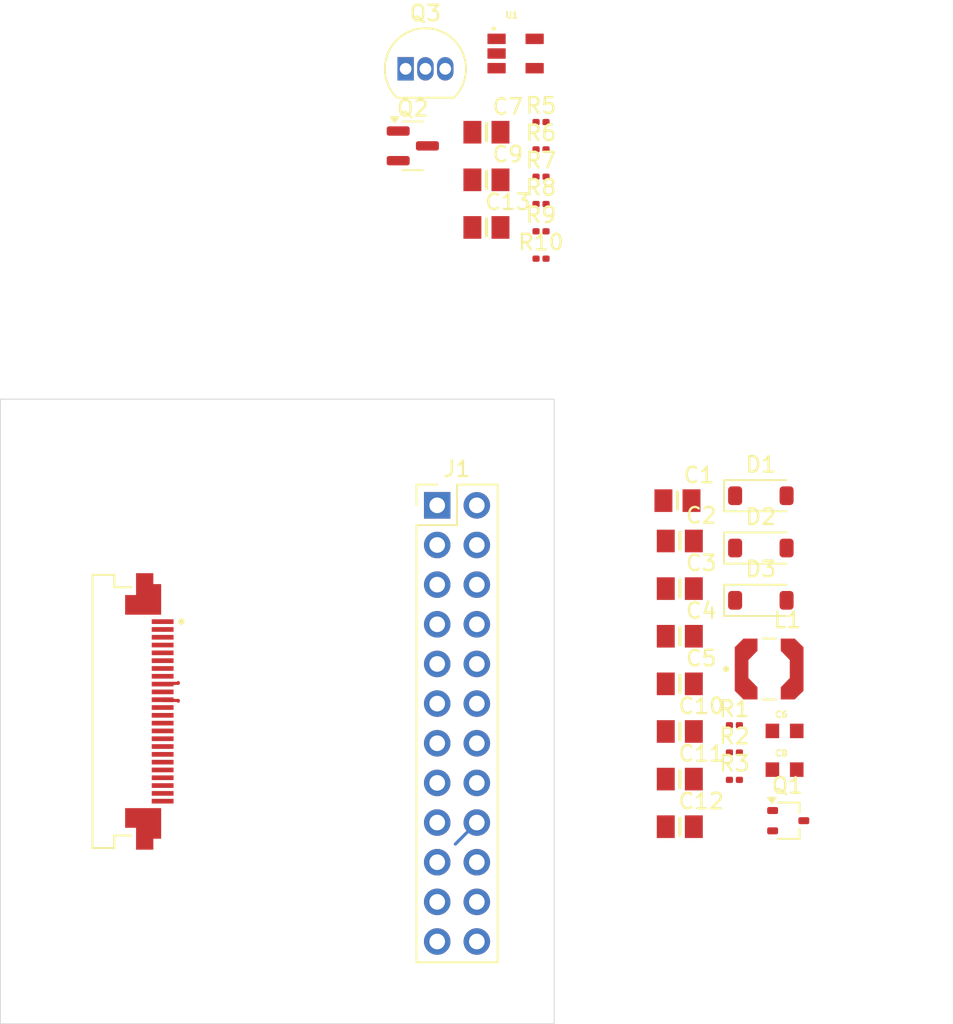
<source format=kicad_pcb>
(kicad_pcb (version 20241229) (generator "pcbnew") (generator_version "9.0")
  (layers (0 "F.Cu" signal) (2 "B.Cu" signal) (13 "F.Paste" user) (15 "B.Paste" user) (5 "F.SilkS" user "F.Silkscreen") (7 "B.SilkS" user "B.Silkscreen") (1 "F.Mask" user) (3 "B.Mask" user) (25 "Edge.Cuts" user))
  (net 0 "")
  (net 1 "/TSDA")
  (net 2 "/GDR")
  (net 3 "/D{slash}C")
  (net 4 "/BUSY")
  (net 5 "/VSH1")
  (net 6 "/VDD")
  (net 7 "/VGL")
  (net 8 "/VGH")
  (net 9 "/VSL")
  (net 10 "/TSCL")
  (net 11 "/CURR_SENSE")
  (net 12 "/VCOM")
  (net 13 "/VPP")
  (net 14 "/SDI")
  (net 15 "/CS")
  (net 16 "/PREVGH")
  (net 17 "/PREVGL")
  (net 18 "/HLT_CTL")
  (net 19 "+3V3")
  (net 20 "/BS")
  (net 21 "/RST")
  (net 22 "GND")
  (net 23 "/SCLK")
  (net 24 "Net-(D1-K)")
  (net 25 "Net-(D2-A)")
  (net 26 "/RESE")
  (net 27 "Net-(U1-BP)")
  (net 28 "/Vcc")
  (net 29 "Net-(Q2-G)")
  (net 30 "/VCC_INT")
  (net 31 "Net-(Q3-B)")
  (net 32 "/\\RST")
  (net 33 "Net-(R6-Pad1)")
  (net 34 "/VCC_EN")
  (footprint "capacitors-cam:CAPC2012X140N" (layer "F.Cu") (at 96.155 47.9)
    (property "Reference" "C7" (at 1.375 -1.635 0) (layer "F.SilkS"))
    (property "Value" "1u/50V")
    (fp_line (start 0 -0.55) (end 0 0.55) (stroke (width 0.2)) (layer "F.SilkS"))
    (pad "1" smd rect (at -0.9 0) (size 1.15 1.45) (layers "F.Cu" "F.Mask" "F.Paste") (net 22 "GND"))
    (pad "2" smd rect (at 0.9 0) (size 1.15 1.45) (layers "F.Cu" "F.Mask" "F.Paste") (net 27 "Net-(U1-BP)"))
  )
  (footprint "Resistor_SMD:R_0201_0603Metric" (layer "F.Cu") (at 99.655 52.5)
    (property "Reference" "R8" (at 0 -1.05 0) (layer "F.SilkS"))
    (property "Value" "1K")
    (pad "1" smd roundrect (at -0.32 0) (size 0.46 0.4) (layers "F.Cu" "F.Mask") (net 32 "/\\RST"))
    (pad "2" smd roundrect (at 0.32 0) (size 0.46 0.4) (layers "F.Cu" "F.Mask") (net 34 "/VCC_EN"))
  )
  (footprint "Diode_SMD:D_SOD-123" (layer "F.Cu") (at 113.745 74.535)
    (property "Reference" "D2" (at 0 -2 0) (layer "F.SilkS"))
    (property "Value" "MBR0530")
    (fp_line (start -2.36 -1) (end -2.36 1) (stroke (width 0.12)) (layer "F.SilkS"))
    (fp_line (start -2.36 -1) (end 1.65 -1) (stroke (width 0.12)) (layer "F.SilkS"))
    (fp_line (start -2.36 1) (end 1.65 1) (stroke (width 0.12)) (layer "F.SilkS"))
    (pad "1" smd roundrect (at -1.65 0) (size 0.9 1.2) (layers "F.Cu" "F.Mask" "F.Paste") (net 16 "/PREVGH"))
    (pad "2" smd roundrect (at 1.65 0) (size 0.9 1.2) (layers "F.Cu" "F.Mask" "F.Paste") (net 25 "Net-(D2-A)"))
  )
  (footprint "Resistor_SMD:R_0201_0603Metric" (layer "F.Cu") (at 112.05 89.385)
    (property "Reference" "R3" (at 0 -1.05 0) (layer "F.SilkS"))
    (property "Value" "1k")
    (pad "1" smd roundrect (at -0.32 0) (size 0.46 0.4) (layers "F.Cu" "F.Mask") (net 22 "GND"))
    (pad "2" smd roundrect (at 0.32 0) (size 0.46 0.4) (layers "F.Cu" "F.Mask") (net 19 "+3V3"))
  )
  (footprint "Resistor_SMD:R_0201_0603Metric" (layer "F.Cu") (at 99.655 56)
    (property "Reference" "R10" (at 0 -1.05 0) (layer "F.SilkS"))
    (property "Value" "100K")
    (pad "1" smd roundrect (at -0.32 0) (size 0.46 0.4) (layers "F.Cu" "F.Mask") (net 22 "GND"))
    (pad "2" smd roundrect (at 0.32 0) (size 0.46 0.4) (layers "F.Cu" "F.Mask") (net 34 "/VCC_EN"))
  )
  (footprint "capacitors-cam:CAPC2012X140N" (layer "F.Cu") (at 108.55 86.285)
    (property "Reference" "C10" (at 1.375 -1.635 0) (layer "F.SilkS"))
    (property "Value" "1u/50V")
    (fp_line (start 0 -0.55) (end 0 0.55) (stroke (width 0.2)) (layer "F.SilkS"))
    (pad "1" smd rect (at -0.9 0) (size 1.15 1.45) (layers "F.Cu" "F.Mask" "F.Paste") (net 22 "GND"))
    (pad "2" smd rect (at 0.9 0) (size 1.15 1.45) (layers "F.Cu" "F.Mask" "F.Paste") (net 12 "/VCOM"))
  )
  (footprint "Diode_SMD:D_SOD-123" (layer "F.Cu") (at 113.745 71.185)
    (property "Reference" "D1" (at 0 -2 0) (layer "F.SilkS"))
    (property "Value" "MBR0530")
    (fp_line (start -2.36 -1) (end -2.36 1) (stroke (width 0.12)) (layer "F.SilkS"))
    (fp_line (start -2.36 -1) (end 1.65 -1) (stroke (width 0.12)) (layer "F.SilkS"))
    (fp_line (start -2.36 1) (end 1.65 1) (stroke (width 0.12)) (layer "F.SilkS"))
    (pad "1" smd roundrect (at -1.65 0) (size 0.9 1.2) (layers "F.Cu" "F.Mask" "F.Paste") (net 24 "Net-(D1-K)"))
    (pad "2" smd roundrect (at 1.65 0) (size 0.9 1.2) (layers "F.Cu" "F.Mask" "F.Paste") (net 17 "/PREVGL"))
  )
  (footprint "capacitors-cam:CAPC2012X140N" (layer "F.Cu") (at 96.155 50.95)
    (property "Reference" "C9" (at 1.375 -1.635 0) (layer "F.SilkS"))
    (property "Value" "1u/50V")
    (fp_line (start 0 -0.55) (end 0 0.55) (stroke (width 0.2)) (layer "F.SilkS"))
    (pad "1" smd rect (at -0.9 0) (size 1.15 1.45) (layers "F.Cu" "F.Mask" "F.Paste") (net 22 "GND"))
    (pad "2" smd rect (at 0.9 0) (size 1.15 1.45) (layers "F.Cu" "F.Mask" "F.Paste") (net 28 "/Vcc"))
  )
  (footprint "Resistor_SMD:R_0201_0603Metric" (layer "F.Cu") (at 99.655 50.75)
    (property "Reference" "R7" (at 0 -1.05 0) (layer "F.SilkS"))
    (property "Value" "47K")
    (pad "1" smd roundrect (at -0.32 0) (size 0.46 0.4) (layers "F.Cu" "F.Mask") (net 29 "Net-(Q2-G)"))
    (pad "2" smd roundrect (at 0.32 0) (size 0.46 0.4) (layers "F.Cu" "F.Mask") (net 30 "/VCC_INT"))
  )
  (footprint "Resistor_SMD:R_0201_0603Metric" (layer "F.Cu") (at 99.655 47.25)
    (property "Reference" "R5" (at 0 -1.05 0) (layer "F.SilkS"))
    (property "Value" "1K")
    (pad "1" smd roundrect (at -0.32 0) (size 0.46 0.4) (layers "F.Cu" "F.Mask") (net 31 "Net-(Q3-B)"))
    (pad "2" smd roundrect (at 0.32 0) (size 0.46 0.4) (layers "F.Cu" "F.Mask") (net 32 "/\\RST"))
  )
  (footprint "capacitors-cam:CAPC2012X140N" (layer "F.Cu") (at 108.55 92.385)
    (property "Reference" "C12" (at 1.375 -1.635 0) (layer "F.SilkS"))
    (property "Value" "CL21A475KBQNNNE")
    (fp_line (start 0 -0.55) (end 0 0.55) (stroke (width 0.2)) (layer "F.SilkS"))
    (pad "1" smd rect (at -0.9 0) (size 1.15 1.45) (layers "F.Cu" "F.Mask" "F.Paste") (net 22 "GND"))
    (pad "2" smd rect (at 0.9 0) (size 1.15 1.45) (layers "F.Cu" "F.Mask" "F.Paste") (net 19 "+3V3"))
  )
  (footprint "Diode_SMD:D_SOD-123" (layer "F.Cu") (at 113.745 77.885)
    (property "Reference" "D3" (at 0 -2 0) (layer "F.SilkS"))
    (property "Value" "MBR0530")
    (fp_line (start -2.36 -1) (end -2.36 1) (stroke (width 0.12)) (layer "F.SilkS"))
    (fp_line (start -2.36 -1) (end 1.65 -1) (stroke (width 0.12)) (layer "F.SilkS"))
    (fp_line (start -2.36 1) (end 1.65 1) (stroke (width 0.12)) (layer "F.SilkS"))
    (pad "1" smd roundrect (at -1.65 0) (size 0.9 1.2) (layers "F.Cu" "F.Mask" "F.Paste") (net 22 "GND"))
    (pad "2" smd roundrect (at 1.65 0) (size 0.9 1.2) (layers "F.Cu" "F.Mask" "F.Paste") (net 24 "Net-(D1-K)"))
  )
  (footprint "VoltageRegulators:SOT94P279X129-5N" (layer "F.Cu") (at 98.025 42.86)
    (property "Reference" "U1" (at -0.250735 -2.457239 0) (layer "F.SilkS") (effects (font (size 0.394865 0.394865))))
    (property "Value" "RT9193-33GB")
    (fp_circle (center -1.4 -1.6) (end -1.33 -1.6) (stroke (width 0.14)) (fill no) (layer "F.SilkS"))
    (pad "1" smd roundrect (at -1.22 -0.94) (size 1.17 0.67) (layers "F.Cu" "F.Mask" "F.Paste") (roundrect_rratio 0.06) (net 28 "/Vcc"))
    (pad "2" smd roundrect (at -1.22 0) (size 1.17 0.67) (layers "F.Cu" "F.Mask" "F.Paste") (roundrect_rratio 0.06) (net 22 "GND"))
    (pad "3" smd roundrect (at -1.22 0.94) (size 1.17 0.67) (layers "F.Cu" "F.Mask" "F.Paste") (roundrect_rratio 0.06) (net 34 "/VCC_EN"))
    (pad "4" smd roundrect (at 1.22 0.94) (size 1.17 0.67) (layers "F.Cu" "F.Mask" "F.Paste") (roundrect_rratio 0.06) (net 27 "Net-(U1-BP)"))
    (pad "5" smd roundrect (at 1.22 -0.94) (size 1.17 0.67) (layers "F.Cu" "F.Mask" "F.Paste") (roundrect_rratio 0.06) (net 19 "+3V3"))
  )
  (footprint "Resistor_SMD:R_0201_0603Metric" (layer "F.Cu") (at 99.655 54.25)
    (property "Reference" "R9" (at 0 -1.05 0) (layer "F.SilkS"))
    (property "Value" "47K")
    (pad "1" smd roundrect (at -0.32 0) (size 0.46 0.4) (layers "F.Cu" "F.Mask") (net 33 "Net-(R6-Pad1)"))
    (pad "2" smd roundrect (at 0.32 0) (size 0.46 0.4) (layers "F.Cu" "F.Mask") (net 34 "/VCC_EN"))
  )
  (footprint "Resistor_SMD:R_0201_0603Metric" (layer "F.Cu") (at 99.655 49)
    (property "Reference" "R6" (at 0 -1.05 0) (layer "F.SilkS"))
    (property "Value" "47K")
    (pad "1" smd roundrect (at -0.32 0) (size 0.46 0.4) (layers "F.Cu" "F.Mask") (net 33 "Net-(R6-Pad1)"))
    (pad "2" smd roundrect (at 0.32 0) (size 0.46 0.4) (layers "F.Cu" "F.Mask") (net 31 "Net-(Q3-B)"))
  )
  (footprint "Connector_PinHeader_2.54mm:PinHeader_2x12_P2.54mm_Vertical" (layer "F.Cu") (at 93 71.8)
    (property "Reference" "J1" (at 1.27 -2.33 0) (layer "F.SilkS"))
    (property "Value" "Conn_01x24")
    (fp_line (start -1.33 -1.33) (end 0 -1.33) (stroke (width 0.12)) (layer "F.SilkS"))
    (fp_line (start -1.33 0) (end -1.33 -1.33) (stroke (width 0.12)) (layer "F.SilkS"))
    (fp_line (start -1.33 1.27) (end -1.33 29.27) (stroke (width 0.12)) (layer "F.SilkS"))
    (fp_line (start -1.33 1.27) (end 1.27 1.27) (stroke (width 0.12)) (layer "F.SilkS"))
    (fp_line (start -1.33 29.27) (end 3.87 29.27) (stroke (width 0.12)) (layer "F.SilkS"))
    (fp_line (start 1.27 -1.33) (end 3.87 -1.33) (stroke (width 0.12)) (layer "F.SilkS"))
    (fp_line (start 1.27 1.27) (end 1.27 -1.33) (stroke (width 0.12)) (layer "F.SilkS"))
    (fp_line (start 3.87 -1.33) (end 3.87 29.27) (stroke (width 0.12)) (layer "F.SilkS"))
    (pad "1" thru_hole rect (at 0 0) (size 1.7 1.7) (drill 1) (layers "*.Cu" "*.Mask") (net 18 "/HLT_CTL"))
    (pad "2" thru_hole oval (at 2.54 0) (size 1.7 1.7) (drill 1) (layers "*.Cu" "*.Mask") (net 2 "/GDR"))
    (pad "3" thru_hole oval (at 0 2.54) (size 1.7 1.7) (drill 1) (layers "*.Cu" "*.Mask") (net 11 "/CURR_SENSE"))
    (pad "4" thru_hole oval (at 2.54 2.54) (size 1.7 1.7) (drill 1) (layers "*.Cu" "*.Mask") (net 7 "/VGL"))
    (pad "5" thru_hole oval (at 0 5.08) (size 1.7 1.7) (drill 1) (layers "*.Cu" "*.Mask") (net 8 "/VGH"))
    (pad "6" thru_hole oval (at 2.54 5.08) (size 1.7 1.7) (drill 1) (layers "*.Cu" "*.Mask") (net 10 "/TSCL"))
    (pad "7" thru_hole oval (at 0 7.62) (size 1.7 1.7) (drill 1) (layers "*.Cu" "*.Mask") (net 1 "/TSDA"))
    (pad "8" thru_hole oval (at 2.54 7.62) (size 1.7 1.7) (drill 1) (layers "*.Cu" "*.Mask") (net 20 "/BS"))
    (pad "9" thru_hole oval (at 0 10.16) (size 1.7 1.7) (drill 1) (layers "*.Cu" "*.Mask") (net 4 "/BUSY"))
    (pad "10" thru_hole oval (at 2.54 10.16) (size 1.7 1.7) (drill 1) (layers "*.Cu" "*.Mask") (net 21 "/RST"))
    (pad "11" thru_hole oval (at 0 12.7) (size 1.7 1.7) (drill 1) (layers "*.Cu" "*.Mask") (net 3 "/D{slash}C"))
    (pad "12" thru_hole oval (at 2.54 12.7) (size 1.7 1.7) (drill 1) (layers "*.Cu" "*.Mask") (net 15 "/CS"))
    (pad "13" thru_hole oval (at 0 15.24) (size 1.7 1.7) (drill 1) (layers "*.Cu" "*.Mask") (net 23 "/SCLK"))
    (pad "14" thru_hole oval (at 2.54 15.24) (size 1.7 1.7) (drill 1) (layers "*.Cu" "*.Mask") (net 14 "/SDI"))
    (pad "15" thru_hole oval (at 0 17.78) (size 1.7 1.7) (drill 1) (layers "*.Cu" "*.Mask") (net 19 "+3V3"))
    (pad "16" thru_hole oval (at 2.54 17.78) (size 1.7 1.7) (drill 1) (layers "*.Cu" "*.Mask") (net 19 "+3V3"))
    (pad "17" thru_hole oval (at 0 20.32) (size 1.7 1.7) (drill 1) (layers "*.Cu" "*.Mask") (net 22 "GND"))
    (pad "18" thru_hole oval (at 2.54 20.32) (size 1.7 1.7) (drill 1) (layers "*.Cu" "*.Mask") (net 6 "/VDD"))
    (pad "19" thru_hole oval (at 0 22.86) (size 1.7 1.7) (drill 1) (layers "*.Cu" "*.Mask") (net 13 "/VPP"))
    (pad "20" thru_hole oval (at 2.54 22.86) (size 1.7 1.7) (drill 1) (layers "*.Cu" "*.Mask") (net 5 "/VSH1"))
    (pad "21" thru_hole oval (at 0 25.4) (size 1.7 1.7) (drill 1) (layers "*.Cu" "*.Mask") (net 16 "/PREVGH"))
    (pad "22" thru_hole oval (at 2.54 25.4) (size 1.7 1.7) (drill 1) (layers "*.Cu" "*.Mask") (net 9 "/VSL"))
    (pad "23" thru_hole oval (at 0 27.94) (size 1.7 1.7) (drill 1) (layers "*.Cu" "*.Mask") (net 17 "/PREVGL"))
    (pad "24" thru_hole oval (at 2.54 27.94) (size 1.7 1.7) (drill 1) (layers "*.Cu" "*.Mask") (net 12 "/VCOM"))
  )
  (footprint "capacitors-cam:CAPC1608X90N" (layer "F.Cu") (at 115.265 86.25)
    (property "Reference" "C6" (at -0.21 -1.05 0) (layer "F.SilkS") (effects (font (size 0.393701 0.393701))))
    (property "Value" "1u/25V")
    (pad "1" smd rect (at -0.78 0) (size 0.87 0.93) (layers "F.Cu" "F.Mask" "F.Paste") (net 22 "GND"))
    (pad "2" smd rect (at 0.78 0) (size 0.87 0.93) (layers "F.Cu" "F.Mask" "F.Paste") (net 5 "/VSH1"))
  )
  (footprint "Resistor_SMD:R_0201_0603Metric" (layer "F.Cu") (at 112.05 85.885)
    (property "Reference" "R1" (at 0 -1.05 0) (layer "F.SilkS"))
    (property "Value" "10k")
    (pad "1" smd roundrect (at -0.32 0) (size 0.46 0.4) (layers "F.Cu" "F.Mask") (net 22 "GND"))
    (pad "2" smd roundrect (at 0.32 0) (size 0.46 0.4) (layers "F.Cu" "F.Mask") (net 2 "/GDR"))
  )
  (footprint "capacitors-cam:CAPC2012X140N" (layer "F.Cu") (at 108.55 83.235)
    (property "Reference" "C5" (at 1.375 -1.635 0) (layer "F.SilkS"))
    (property "Value" "1u/50V")
    (fp_line (start 0 -0.55) (end 0 0.55) (stroke (width 0.2)) (layer "F.SilkS"))
    (pad "1" smd rect (at -0.9 0) (size 1.15 1.45) (layers "F.Cu" "F.Mask" "F.Paste") (net 22 "GND"))
    (pad "2" smd rect (at 0.9 0) (size 1.15 1.45) (layers "F.Cu" "F.Mask" "F.Paste") (net 13 "/VPP"))
  )
  (footprint "Resistor_SMD:R_0201_0603Metric" (layer "F.Cu") (at 112.05 87.635)
    (property "Reference" "R2" (at 0 -1.05 0) (layer "F.SilkS"))
    (property "Value" "3R")
    (pad "1" smd roundrect (at -0.32 0) (size 0.46 0.4) (layers "F.Cu" "F.Mask") (net 26 "/RESE"))
    (pad "2" smd roundrect (at 0.32 0) (size 0.46 0.4) (layers "F.Cu" "F.Mask") (net 22 "GND"))
  )
  (footprint "capacitors-cam:CAPC2012X140N" (layer "F.Cu") (at 108.55 77.135)
    (property "Reference" "C3" (at 1.375 -1.635 0) (layer "F.SilkS"))
    (property "Value" "0.1u/50V")
    (fp_line (start 0 -0.55) (end 0 0.55) (stroke (width 0.2)) (layer "F.SilkS"))
    (pad "1" smd rect (at -0.9 0) (size 1.15 1.45) (layers "F.Cu" "F.Mask" "F.Paste") (net 22 "GND"))
    (pad "2" smd rect (at 0.9 0) (size 1.15 1.45) (layers "F.Cu" "F.Mask" "F.Paste") (net 19 "+3V3"))
  )
  (footprint "capacitors-cam:CAPC2012X140N" (layer "F.Cu") (at 108.55 80.185)
    (property "Reference" "C4" (at 1.375 -1.635 0) (layer "F.SilkS"))
    (property "Value" "1u/50V")
    (fp_line (start 0 -0.55) (end 0 0.55) (stroke (width 0.2)) (layer "F.SilkS"))
    (pad "1" smd rect (at -0.9 0) (size 1.15 1.45) (layers "F.Cu" "F.Mask" "F.Paste") (net 22 "GND"))
    (pad "2" smd rect (at 0.9 0) (size 1.15 1.45) (layers "F.Cu" "F.Mask" "F.Paste") (net 6 "/VDD"))
  )
  (footprint "capacitors-cam:CAPC2012X140N" (layer "F.Cu") (at 96.155 54)
    (property "Reference" "C13" (at 1.375 -1.635 0) (layer "F.SilkS"))
    (property "Value" "0.1u/50V")
    (fp_line (start 0 -0.55) (end 0 0.55) (stroke (width 0.2)) (layer "F.SilkS"))
    (pad "1" smd rect (at -0.9 0) (size 1.15 1.45) (layers "F.Cu" "F.Mask" "F.Paste") (net 22 "GND"))
    (pad "2" smd rect (at 0.9 0) (size 1.15 1.45) (layers "F.Cu" "F.Mask" "F.Paste") (net 19 "+3V3"))
  )
  (footprint "Package_TO_SOT_SMD:SOT-323_SC-70" (layer "F.Cu") (at 115.5 92)
    (property "Reference" "Q1" (at -0.05 -2.25 0) (layer "F.SilkS"))
    (property "Value" "Si1308EDL")
    (fp_line (start -0.68 -1.16) (end 0.73 -1.16) (stroke (width 0.12)) (layer "F.SilkS"))
    (fp_line (start -0.68 1.16) (end 0.73 1.16) (stroke (width 0.12)) (layer "F.SilkS"))
    (fp_line (start 0.73 -1.16) (end 0.73 -0.5) (stroke (width 0.12)) (layer "F.SilkS"))
    (fp_line (start 0.73 0.5) (end 0.73 1.16) (stroke (width 0.12)) (layer "F.SilkS"))
    (fp_poly (pts (xy -1.05 -1.14) (xy -1.29 -1.47) (xy -0.81 -1.47) (xy -1.05 -1.14)) (stroke (width 0.12)) (fill yes) (layer "F.SilkS"))
    (pad "1" smd roundrect (at -1 -0.65 270) (size 0.45 0.7) (layers "F.Cu" "F.Mask" "F.Paste") (net 2 "/GDR"))
    (pad "2" smd roundrect (at -1 0.65 270) (size 0.45 0.7) (layers "F.Cu" "F.Mask" "F.Paste") (net 25 "Net-(D2-A)"))
    (pad "3" smd roundrect (at 1 0 270) (size 0.45 0.7) (layers "F.Cu" "F.Mask" "F.Paste") (net 26 "/RESE"))
  )
  (footprint "Package_TO_SOT_SMD:SOT-23" (layer "F.Cu") (at 91.435 48.775)
    (property "Reference" "Q2" (at 0 -2.4 0) (layer "F.SilkS"))
    (property "Value" "AO3401A")
    (fp_line (start 0 -1.56) (end -0.65 -1.56) (stroke (width 0.12)) (layer "F.SilkS"))
    (fp_line (start 0 -1.56) (end 0.65 -1.56) (stroke (width 0.12)) (layer "F.SilkS"))
    (fp_line (start 0 1.56) (end -0.65 1.56) (stroke (width 0.12)) (layer "F.SilkS"))
    (fp_line (start 0 1.56) (end 0.65 1.56) (stroke (width 0.12)) (layer "F.SilkS"))
    (fp_poly (pts (xy -1.1625 -1.51) (xy -1.4025 -1.84) (xy -0.9225 -1.84) (xy -1.1625 -1.51)) (stroke (width 0.12)) (fill yes) (layer "F.SilkS"))
    (pad "1" smd roundrect (at -0.9375 -0.95) (size 1.475 0.6) (layers "F.Cu" "F.Mask" "F.Paste") (net 29 "Net-(Q2-G)"))
    (pad "2" smd roundrect (at -0.9375 0.95) (size 1.475 0.6) (layers "F.Cu" "F.Mask" "F.Paste") (net 30 "/VCC_INT"))
    (pad "3" smd roundrect (at 0.9375 0) (size 1.475 0.6) (layers "F.Cu" "F.Mask" "F.Paste") (net 28 "/Vcc"))
  )
  (footprint "Package_TO_SOT_THT:TO-92_Inline" (layer "F.Cu") (at 90.975 43.84)
    (property "Reference" "Q3" (at 1.27 -3.56 0) (layer "F.SilkS"))
    (property "Value" "S8050")
    (fp_line (start -0.53 1.85) (end 3.07 1.85) (stroke (width 0.12)) (layer "F.SilkS"))
    (fp_arc (start -0.568478 1.838478) (mid -1.132087 -0.994977) (end 1.27 -2.6) (stroke (width 0.12)) (layer "F.SilkS"))
    (fp_arc (start 1.27 -2.6) (mid 3.672087 -0.994977) (end 3.108478 1.838478) (stroke (width 0.12)) (layer "F.SilkS"))
    (pad "1" thru_hole rect (at 0 0) (size 1.05 1.5) (drill 0.75) (layers "*.Cu" "*.Mask") (net 22 "GND"))
    (pad "2" thru_hole oval (at 1.27 0) (size 1.05 1.5) (drill 0.75) (layers "*.Cu" "*.Mask") (net 31 "Net-(Q3-B)"))
    (pad "3" thru_hole oval (at 2.54 0) (size 1.05 1.5) (drill 0.75) (layers "*.Cu" "*.Mask") (net 29 "Net-(Q2-G)"))
  )
  (footprint "capacitors-cam:CAPC1608X90N" (layer "F.Cu") (at 115.265 88.73)
    (property "Reference" "C8" (at -0.21 -1.05 0) (layer "F.SilkS") (effects (font (size 0.393701 0.393701))))
    (property "Value" "1u/25V")
    (pad "1" smd rect (at -0.78 0) (size 0.87 0.93) (layers "F.Cu" "F.Mask" "F.Paste") (net 22 "GND"))
    (pad "2" smd rect (at 0.78 0) (size 0.87 0.93) (layers "F.Cu" "F.Mask" "F.Paste") (net 9 "/VSL"))
  )
  (footprint "capacitors-cam:CAPC2012X140N" (layer "F.Cu") (at 108.55 89.335)
    (property "Reference" "C11" (at 1.375 -1.635 0) (layer "F.SilkS"))
    (property "Value" "CL21A475KBQNNNE")
    (fp_line (start 0 -0.55) (end 0 0.55) (stroke (width 0.2)) (layer "F.SilkS"))
    (pad "1" smd rect (at -0.9 0) (size 1.15 1.45) (layers "F.Cu" "F.Mask" "F.Paste") (net 24 "Net-(D1-K)"))
    (pad "2" smd rect (at 0.9 0) (size 1.15 1.45) (layers "F.Cu" "F.Mask" "F.Paste") (net 25 "Net-(D2-A)"))
  )
  (footprint "inductors:IND_LPS4018-104MRC" (layer "F.Cu") (at 114.275 82.285)
    (property "Reference" "L1" (at 1.175 -3.135 0) (layer "F.SilkS"))
    (property "Value" "L_Iron")
    (fp_line (start -0.43 -1.95) (end 0.43 -1.95) (stroke (width 0.127)) (layer "F.SilkS"))
    (fp_line (start 0.43 1.95) (end -0.43 1.95) (stroke (width 0.127)) (layer "F.SilkS"))
    (fp_circle (center -2.75 0) (end -2.65 0) (stroke (width 0.2)) (fill no) (layer "F.SilkS"))
    (pad "1" smd custom (at -1.765 0) (size 0.5 2.5) (layers "F.Cu") (net 19 "+3V3") (options (clearance outline) (anchor rect)) (primitives (gr_poly (pts (xy 0.125 1.945) (xy -0.435 1.395) (xy -0.435 -1.395) (xy 0.125 -1.945) (xy 1.015 -1.945) (xy 1.015 -1.17) (xy 0.435 -0.575) (xy 0.435 0.575) (xy 1.015 1.17) (xy 1.015 1.945)) (width 0.01) (fill yes))))
    (pad "2" smd custom (at 1.765 0) (size 0.5 2.5) (layers "F.Cu") (net 25 "Net-(D2-A)") (options (clearance outline) (anchor rect)) (primitives (gr_poly (pts (xy -0.125 -1.945) (xy 0.435 -1.395) (xy 0.435 1.395) (xy -0.125 1.945) (xy -1.015 1.945) (xy -1.015 1.17) (xy -0.435 0.575) (xy -0.435 -0.575) (xy -1.015 -1.17) (xy -1.015 -1.945)) (width 0.01) (fill yes))))
  )
  (footprint "capacitors-cam:CAPC2012X140N" (layer "F.Cu") (at 108.4 71.5)
    (property "Reference" "C1" (at 1.375 -1.635 0) (layer "F.SilkS"))
    (property "Value" "1u/50V")
    (fp_line (start 0 -0.55) (end 0 0.55) (stroke (width 0.2)) (layer "F.SilkS"))
    (pad "1" smd rect (at -0.9 0) (size 1.15 1.45) (layers "F.Cu" "F.Mask" "F.Paste") (net 22 "GND"))
    (pad "2" smd rect (at 0.9 0) (size 1.15 1.45) (layers "F.Cu" "F.Mask" "F.Paste") (net 7 "/VGL"))
  )
  (footprint "capacitors-cam:CAPC2012X140N" (layer "F.Cu") (at 108.55 74.085)
    (property "Reference" "C2" (at 1.375 -1.635 0) (layer "F.SilkS"))
    (property "Value" "1u/50V")
    (fp_line (start 0 -0.55) (end 0 0.55) (stroke (width 0.2)) (layer "F.SilkS"))
    (pad "1" smd rect (at -0.9 0) (size 1.15 1.45) (layers "F.Cu" "F.Mask" "F.Paste") (net 22 "GND"))
    (pad "2" smd rect (at 0.9 0) (size 1.15 1.45) (layers "F.Cu" "F.Mask" "F.Paste") (net 8 "/VGH"))
  )
  (footprint "Connectors-cam:AMPHENOL_SFV24R-1STBE1HLF" (layer "F.Cu") (at 73 85 -90)
    (property "Reference" "J3" (hide yes))
    (property "Value" "SFV24R-1STBE1HLF")
    (fp_line (start -8.75 2.1) (end 8.75 2.1) (stroke (width 0.127)) (layer "F.SilkS"))
    (fp_line (start 8.75 2.1) (end 8.75 0.7) (stroke (width 0.127)) (layer "F.SilkS"))
    (fp_line (start -8.75 0.7) (end -8.75 2.1) (stroke (width 0.127)) (layer "F.SilkS"))
    (fp_line (start -7.95 0.7) (end -8.75 0.7) (stroke (width 0.127)) (layer "F.SilkS"))
    (fp_line (start 7.95 0.7) (end 7.95 -0.38) (stroke (width 0.127)) (layer "F.SilkS"))
    (fp_line (start 8.75 0.7) (end 7.95 0.7) (stroke (width 0.127)) (layer "F.SilkS"))
    (fp_line (start -7.95 -0.38) (end -7.95 0.7) (stroke (width 0.127)) (layer "F.SilkS"))
    (fp_circle (center -5.75 -3.6) (end -5.65 -3.6) (stroke (width 0.2)) (fill no) (layer "F.SilkS"))
    (pad "1" smd rect (at -5.75 -2.4 270) (size 0.3 1.4) (layers "F.Cu" "F.Mask" "F.Paste") (net 18 "/HLT_CTL"))
    (pad "2" smd rect (at -5.25 -2.4 270) (size 0.3 1.4) (layers "F.Cu" "F.Mask" "F.Paste") (net 2 "/GDR"))
    (pad "3" smd rect (at -4.75 -2.4 270) (size 0.3 1.4) (layers "F.Cu" "F.Mask" "F.Paste") (net 11 "/CURR_SENSE"))
    (pad "4" smd rect (at -4.25 -2.4 270) (size 0.3 1.4) (layers "F.Cu" "F.Mask" "F.Paste") (net 7 "/VGL"))
    (pad "5" smd rect (at -3.75 -2.4 270) (size 0.3 1.4) (layers "F.Cu" "F.Mask" "F.Paste") (net 8 "/VGH"))
    (pad "6" smd rect (at -3.25 -2.4 270) (size 0.3 1.4) (layers "F.Cu" "F.Mask" "F.Paste") (net 10 "/TSCL"))
    (pad "7" smd rect (at -2.75 -2.4 270) (size 0.3 1.4) (layers "F.Cu" "F.Mask" "F.Paste") (net 1 "/TSDA"))
    (pad "8" smd rect (at -2.25 -2.4 270) (size 0.3 1.4) (layers "F.Cu" "F.Mask" "F.Paste") (net 20 "/BS"))
    (pad "9" smd rect (at -1.75 -2.4 270) (size 0.3 1.4) (layers "F.Cu" "F.Mask" "F.Paste") (net 4 "/BUSY"))
    (pad "10" smd rect (at -1.25 -2.4 270) (size 0.3 1.4) (layers "F.Cu" "F.Mask" "F.Paste") (net 21 "/RST"))
    (pad "11" smd rect (at -0.75 -2.4 270) (size 0.3 1.4) (layers "F.Cu" "F.Mask" "F.Paste") (net 3 "/D{slash}C"))
    (pad "12" smd rect (at -0.25 -2.4 270) (size 0.3 1.4) (layers "F.Cu" "F.Mask" "F.Paste") (net 15 "/CS"))
    (pad "13" smd rect (at 0.25 -2.4 270) (size 0.3 1.4) (layers "F.Cu" "F.Mask" "F.Paste") (net 23 "/SCLK"))
    (pad "14" smd rect (at 0.75 -2.4 270) (size 0.3 1.4) (layers "F.Cu" "F.Mask" "F.Paste") (net 14 "/SDI"))
    (pad "15" smd rect (at 1.25 -2.4 270) (size 0.3 1.4) (layers "F.Cu" "F.Mask" "F.Paste") (net 19 "+3V3"))
    (pad "16" smd rect (at 1.75 -2.4 270) (size 0.3 1.4) (layers "F.Cu" "F.Mask" "F.Paste") (net 19 "+3V3"))
    (pad "17" smd rect (at 2.25 -2.4 270) (size 0.3 1.4) (layers "F.Cu" "F.Mask" "F.Paste") (net 22 "GND"))
    (pad "18" smd rect (at 2.75 -2.4 270) (size 0.3 1.4) (layers "F.Cu" "F.Mask" "F.Paste") (net 6 "/VDD"))
    (pad "19" smd rect (at 3.25 -2.4 270) (size 0.3 1.4) (layers "F.Cu" "F.Mask" "F.Paste") (net 13 "/VPP"))
    (pad "20" smd rect (at 3.75 -2.4 270) (size 0.3 1.4) (layers "F.Cu" "F.Mask" "F.Paste") (net 5 "/VSH1"))
    (pad "21" smd rect (at 4.25 -2.4 270) (size 0.3 1.4) (layers "F.Cu" "F.Mask" "F.Paste") (net 16 "/PREVGH"))
    (pad "22" smd rect (at 4.75 -2.4 270) (size 0.3 1.4) (layers "F.Cu" "F.Mask" "F.Paste") (net 9 "/VSL"))
    (pad "23" smd rect (at 5.25 -2.4 270) (size 0.3 1.4) (layers "F.Cu" "F.Mask" "F.Paste") (net 17 "/PREVGL"))
    (pad "24" smd rect (at 5.75 -2.4 270) (size 0.3 1.4) (layers "F.Cu" "F.Mask" "F.Paste") (net 12 "/VCOM"))
    (pad "SH1" smd custom (at -7.175 -1.5 270) (size 1 1) (layers "F.Cu") (options (clearance outline) (anchor rect)) (primitives (gr_poly (pts (xy -0.975 -0.8) (xy 0.975 -0.8) (xy 0.975 1.5) (xy -0.275 1.5) (xy -0.275 0.8) (xy -1.675 0.8) (xy -1.675 -0.3) (xy -0.975 -0.3)) (width 0.01) (fill yes))))
    (pad "SH2" smd custom (at 7.175 -1.5 270) (size 1 1) (layers "F.Cu") (options (clearance outline) (anchor rect)) (primitives (gr_poly (pts (xy 0.975 -0.8) (xy -0.975 -0.8) (xy -0.975 1.5) (xy 0.275 1.5) (xy 0.275 0.8) (xy 1.675 0.8) (xy 1.675 -0.3) (xy 0.975 -0.3)) (width 0.01) (fill yes))))
  )
  (gr_poly (pts (xy 100.5 65) (xy 65 65) (xy 65 105) (xy 100.5 105)) (stroke (width 0.05)) (fill no) (layer "Edge.Cuts"))
  (segment (start 75.451 79.75) (end 75.5 79.799) (width 0.2) (layer "F.Cu") (net 2))
  (segment (start 75.4 79.75) (end 75.451 79.75) (width 0.2) (layer "F.Cu") (net 2))
  (segment (start 76.401 84.349) (end 76.401 84.299) (width 0.2) (layer "F.Cu") (net 3))
  (segment (start 76.401 84.299) (end 75.449 84.299) (width 0.2) (layer "F.Cu") (net 3))
  (segment (start 75.449 84.299) (end 75.4 84.25) (width 0.2) (layer "F.Cu") (net 3))
  (segment (start 75.449 83.201) (end 75.4 83.25) (width 0.2) (layer "F.Cu") (net 4))
  (segment (start 76.401 83.151) (end 76.401 83.201) (width 0.2) (layer "F.Cu") (net 4))
  (segment (start 76.401 83.201) (end 75.449 83.201) (width 0.2) (layer "F.Cu") (net 4))
  (segment (start 94.16 93.5) (end 95.54 92.12) (width 0.2) (layer "B.Cu") (net 6))
  (segment (start 75.49009 79.25) (end 75.53909 79.299) (width 0.2) (layer "F.Cu") (net 18))
  (segment (start 75.4 79.25) (end 75.49009 79.25) (width 0.2) (layer "F.Cu") (net 18))
)
</source>
